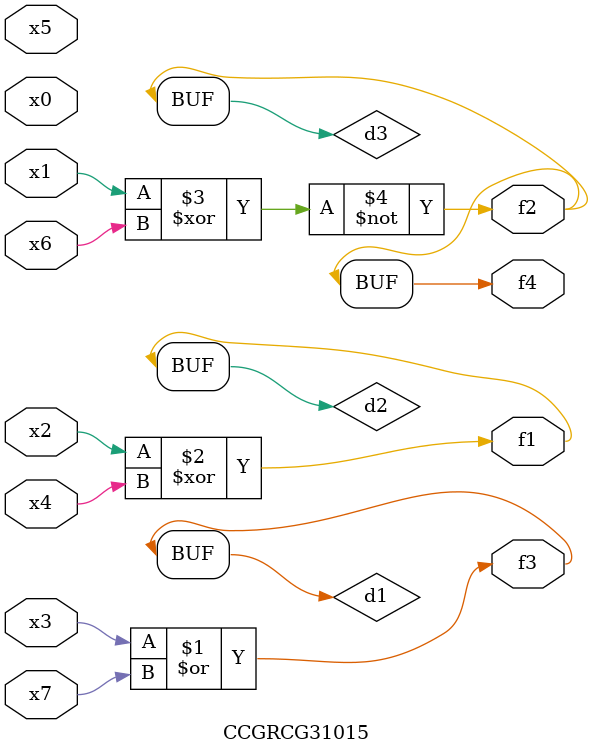
<source format=v>
module CCGRCG31015(
	input x0, x1, x2, x3, x4, x5, x6, x7,
	output f1, f2, f3, f4
);

	wire d1, d2, d3;

	or (d1, x3, x7);
	xor (d2, x2, x4);
	xnor (d3, x1, x6);
	assign f1 = d2;
	assign f2 = d3;
	assign f3 = d1;
	assign f4 = d3;
endmodule

</source>
